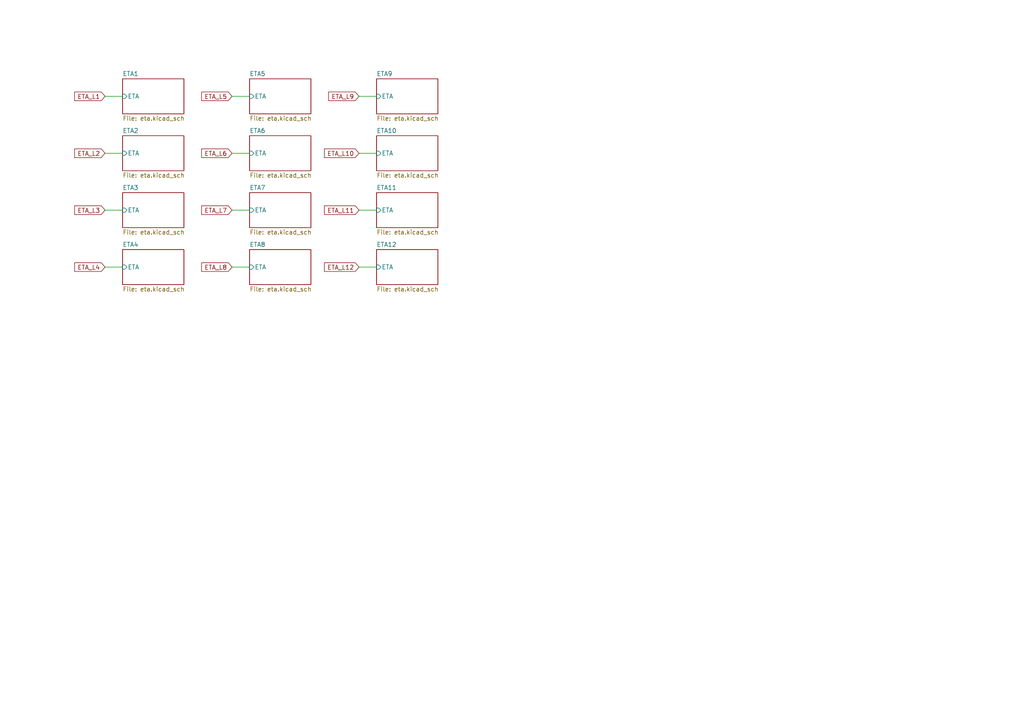
<source format=kicad_sch>
(kicad_sch
	(version 20250114)
	(generator "eeschema")
	(generator_version "9.0")
	(uuid "35c11a3d-6d5d-437b-b27f-0da13ee713b2")
	(paper "A4")
	(lib_symbols)
	(wire
		(pts
			(xy 104.14 60.96) (xy 109.22 60.96)
		)
		(stroke
			(width 0)
			(type default)
		)
		(uuid "13f84611-c992-44f0-aebc-b10440a47f20")
	)
	(wire
		(pts
			(xy 30.48 60.96) (xy 35.56 60.96)
		)
		(stroke
			(width 0)
			(type default)
		)
		(uuid "1df97be9-b42a-4c5f-8d6e-3757a263ac4c")
	)
	(wire
		(pts
			(xy 67.31 60.96) (xy 72.39 60.96)
		)
		(stroke
			(width 0)
			(type default)
		)
		(uuid "3b33427f-c999-4bec-83b0-877d828fa894")
	)
	(wire
		(pts
			(xy 104.14 44.45) (xy 109.22 44.45)
		)
		(stroke
			(width 0)
			(type default)
		)
		(uuid "5afdd066-d350-4230-93da-9e09a0089799")
	)
	(wire
		(pts
			(xy 67.31 44.45) (xy 72.39 44.45)
		)
		(stroke
			(width 0)
			(type default)
		)
		(uuid "606d5cac-bc1c-4429-9890-9b66b46cda5b")
	)
	(wire
		(pts
			(xy 30.48 27.94) (xy 35.56 27.94)
		)
		(stroke
			(width 0)
			(type default)
		)
		(uuid "63c68029-ef48-49b0-9403-2c86cba0713d")
	)
	(wire
		(pts
			(xy 104.14 27.94) (xy 109.22 27.94)
		)
		(stroke
			(width 0)
			(type default)
		)
		(uuid "6f9e2293-c7e7-499a-a985-2c7a57361334")
	)
	(wire
		(pts
			(xy 30.48 44.45) (xy 35.56 44.45)
		)
		(stroke
			(width 0)
			(type default)
		)
		(uuid "9a73aeb7-e783-4d62-91b5-1c1bc94e53cb")
	)
	(wire
		(pts
			(xy 104.14 77.47) (xy 109.22 77.47)
		)
		(stroke
			(width 0)
			(type default)
		)
		(uuid "a37e61b1-3e5c-4e29-85a1-e30af34a559c")
	)
	(wire
		(pts
			(xy 30.48 77.47) (xy 35.56 77.47)
		)
		(stroke
			(width 0)
			(type default)
		)
		(uuid "a7aa3616-d049-4686-9102-bdb49d324f09")
	)
	(wire
		(pts
			(xy 67.31 27.94) (xy 72.39 27.94)
		)
		(stroke
			(width 0)
			(type default)
		)
		(uuid "c84da139-2065-43cd-a9c4-130230e99dd0")
	)
	(wire
		(pts
			(xy 67.31 77.47) (xy 72.39 77.47)
		)
		(stroke
			(width 0)
			(type default)
		)
		(uuid "c961b072-9c8a-4d94-a857-501798c08c97")
	)
	(global_label "ETA_L10"
		(shape input)
		(at 104.14 44.45 180)
		(fields_autoplaced yes)
		(effects
			(font
				(size 1.27 1.27)
			)
			(justify right)
		)
		(uuid "22feaa4b-c516-420f-8ef2-fe8c6acb86dd")
		(property "Intersheetrefs" "${INTERSHEET_REFS}"
			(at 93.5349 44.45 0)
			(effects
				(font
					(size 1.27 1.27)
				)
				(justify right)
				(hide yes)
			)
		)
	)
	(global_label "ETA_L7"
		(shape input)
		(at 67.31 60.96 180)
		(fields_autoplaced yes)
		(effects
			(font
				(size 1.27 1.27)
			)
			(justify right)
		)
		(uuid "3a82b48f-f92c-4b8e-abf1-c3195e908b3e")
		(property "Intersheetrefs" "${INTERSHEET_REFS}"
			(at 57.9144 60.96 0)
			(effects
				(font
					(size 1.27 1.27)
				)
				(justify right)
				(hide yes)
			)
		)
	)
	(global_label "ETA_L5"
		(shape input)
		(at 67.31 27.94 180)
		(fields_autoplaced yes)
		(effects
			(font
				(size 1.27 1.27)
			)
			(justify right)
		)
		(uuid "472b5cde-c60b-40a0-b416-2885c26fa486")
		(property "Intersheetrefs" "${INTERSHEET_REFS}"
			(at 57.9144 27.94 0)
			(effects
				(font
					(size 1.27 1.27)
				)
				(justify right)
				(hide yes)
			)
		)
	)
	(global_label "ETA_L8"
		(shape input)
		(at 67.31 77.47 180)
		(fields_autoplaced yes)
		(effects
			(font
				(size 1.27 1.27)
			)
			(justify right)
		)
		(uuid "4894a671-c4e6-40f6-ba4a-92638d243772")
		(property "Intersheetrefs" "${INTERSHEET_REFS}"
			(at 57.9144 77.47 0)
			(effects
				(font
					(size 1.27 1.27)
				)
				(justify right)
				(hide yes)
			)
		)
	)
	(global_label "ETA_L11"
		(shape input)
		(at 104.14 60.96 180)
		(fields_autoplaced yes)
		(effects
			(font
				(size 1.27 1.27)
			)
			(justify right)
		)
		(uuid "5c988e5c-dcf8-4147-b4fd-da1ed3920525")
		(property "Intersheetrefs" "${INTERSHEET_REFS}"
			(at 93.5349 60.96 0)
			(effects
				(font
					(size 1.27 1.27)
				)
				(justify right)
				(hide yes)
			)
		)
	)
	(global_label "ETA_L2"
		(shape input)
		(at 30.48 44.45 180)
		(fields_autoplaced yes)
		(effects
			(font
				(size 1.27 1.27)
			)
			(justify right)
		)
		(uuid "6fc87b3b-e9eb-4842-bb87-478daba3dbd8")
		(property "Intersheetrefs" "${INTERSHEET_REFS}"
			(at 21.0844 44.45 0)
			(effects
				(font
					(size 1.27 1.27)
				)
				(justify right)
				(hide yes)
			)
		)
	)
	(global_label "ETA_L6"
		(shape input)
		(at 67.31 44.45 180)
		(fields_autoplaced yes)
		(effects
			(font
				(size 1.27 1.27)
			)
			(justify right)
		)
		(uuid "afde3167-1780-4062-a59b-09dcb0a8da03")
		(property "Intersheetrefs" "${INTERSHEET_REFS}"
			(at 57.9144 44.45 0)
			(effects
				(font
					(size 1.27 1.27)
				)
				(justify right)
				(hide yes)
			)
		)
	)
	(global_label "ETA_L3"
		(shape input)
		(at 30.48 60.96 180)
		(fields_autoplaced yes)
		(effects
			(font
				(size 1.27 1.27)
			)
			(justify right)
		)
		(uuid "bf045412-054a-412c-bb16-670fd7a4f3a7")
		(property "Intersheetrefs" "${INTERSHEET_REFS}"
			(at 21.0844 60.96 0)
			(effects
				(font
					(size 1.27 1.27)
				)
				(justify right)
				(hide yes)
			)
		)
	)
	(global_label "ETA_L4"
		(shape input)
		(at 30.48 77.47 180)
		(fields_autoplaced yes)
		(effects
			(font
				(size 1.27 1.27)
			)
			(justify right)
		)
		(uuid "d07865ca-b591-49d4-8172-bd9a26dbdc7c")
		(property "Intersheetrefs" "${INTERSHEET_REFS}"
			(at 21.0844 77.47 0)
			(effects
				(font
					(size 1.27 1.27)
				)
				(justify right)
				(hide yes)
			)
		)
	)
	(global_label "ETA_L9"
		(shape input)
		(at 104.14 27.94 180)
		(fields_autoplaced yes)
		(effects
			(font
				(size 1.27 1.27)
			)
			(justify right)
		)
		(uuid "d2895fa1-f254-4224-98b7-eb9d1409bd8b")
		(property "Intersheetrefs" "${INTERSHEET_REFS}"
			(at 94.7444 27.94 0)
			(effects
				(font
					(size 1.27 1.27)
				)
				(justify right)
				(hide yes)
			)
		)
	)
	(global_label "ETA_L12"
		(shape input)
		(at 104.14 77.47 180)
		(fields_autoplaced yes)
		(effects
			(font
				(size 1.27 1.27)
			)
			(justify right)
		)
		(uuid "de02d1ef-b17e-4ba7-b756-9f2a5c481ca0")
		(property "Intersheetrefs" "${INTERSHEET_REFS}"
			(at 93.5349 77.47 0)
			(effects
				(font
					(size 1.27 1.27)
				)
				(justify right)
				(hide yes)
			)
		)
	)
	(global_label "ETA_L1"
		(shape input)
		(at 30.48 27.94 180)
		(fields_autoplaced yes)
		(effects
			(font
				(size 1.27 1.27)
			)
			(justify right)
		)
		(uuid "ef0827fc-f0f9-4537-9106-ec2672cee6df")
		(property "Intersheetrefs" "${INTERSHEET_REFS}"
			(at 21.0844 27.94 0)
			(effects
				(font
					(size 1.27 1.27)
				)
				(justify right)
				(hide yes)
			)
		)
	)
	(sheet
		(at 72.39 55.88)
		(size 17.78 10.16)
		(exclude_from_sim no)
		(in_bom yes)
		(on_board yes)
		(dnp no)
		(fields_autoplaced yes)
		(stroke
			(width 0.1524)
			(type solid)
		)
		(fill
			(color 0 0 0 0.0000)
		)
		(uuid "01490a5a-e000-42f5-9f08-4333413eb6af")
		(property "Sheetname" "ETA7"
			(at 72.39 55.1684 0)
			(effects
				(font
					(size 1.27 1.27)
				)
				(justify left bottom)
			)
		)
		(property "Sheetfile" "eta.kicad_sch"
			(at 72.39 66.6246 0)
			(effects
				(font
					(size 1.27 1.27)
				)
				(justify left top)
			)
		)
		(pin "ETA" input
			(at 72.39 60.96 180)
			(uuid "92fb3e54-1053-4488-bc05-09514f057be5")
			(effects
				(font
					(size 1.27 1.27)
				)
				(justify left)
			)
		)
		(instances
			(project "UnderfloorHeatingController"
				(path "/7f42c8c9-93b7-46f2-bb55-850effcdf72e/51481f93-bc2d-494f-8142-442b6eb66b55"
					(page "8")
				)
			)
		)
	)
	(sheet
		(at 109.22 22.86)
		(size 17.78 10.16)
		(exclude_from_sim no)
		(in_bom yes)
		(on_board yes)
		(dnp no)
		(fields_autoplaced yes)
		(stroke
			(width 0.1524)
			(type solid)
		)
		(fill
			(color 0 0 0 0.0000)
		)
		(uuid "1a4758fb-5ec1-4744-aac6-7418e0b34e70")
		(property "Sheetname" "ETA9"
			(at 109.22 22.1484 0)
			(effects
				(font
					(size 1.27 1.27)
				)
				(justify left bottom)
			)
		)
		(property "Sheetfile" "eta.kicad_sch"
			(at 109.22 33.6046 0)
			(effects
				(font
					(size 1.27 1.27)
				)
				(justify left top)
			)
		)
		(pin "ETA" input
			(at 109.22 27.94 180)
			(uuid "aff8e566-ad88-4301-b731-0c169cd05007")
			(effects
				(font
					(size 1.27 1.27)
				)
				(justify left)
			)
		)
		(instances
			(project "UnderfloorHeatingController"
				(path "/7f42c8c9-93b7-46f2-bb55-850effcdf72e/51481f93-bc2d-494f-8142-442b6eb66b55"
					(page "11")
				)
			)
		)
	)
	(sheet
		(at 72.39 22.86)
		(size 17.78 10.16)
		(exclude_from_sim no)
		(in_bom yes)
		(on_board yes)
		(dnp no)
		(fields_autoplaced yes)
		(stroke
			(width 0.1524)
			(type solid)
		)
		(fill
			(color 0 0 0 0.0000)
		)
		(uuid "6941f7d2-cc20-4dfc-a9f3-2286c6a5987d")
		(property "Sheetname" "ETA5"
			(at 72.39 22.1484 0)
			(effects
				(font
					(size 1.27 1.27)
				)
				(justify left bottom)
			)
		)
		(property "Sheetfile" "eta.kicad_sch"
			(at 72.39 33.6046 0)
			(effects
				(font
					(size 1.27 1.27)
				)
				(justify left top)
			)
		)
		(pin "ETA" input
			(at 72.39 27.94 180)
			(uuid "6c4d0ead-08be-4df7-9536-b2f1ee47aa53")
			(effects
				(font
					(size 1.27 1.27)
				)
				(justify left)
			)
		)
		(instances
			(project "UnderfloorHeatingController"
				(path "/7f42c8c9-93b7-46f2-bb55-850effcdf72e/51481f93-bc2d-494f-8142-442b6eb66b55"
					(page "6")
				)
			)
		)
	)
	(sheet
		(at 109.22 39.37)
		(size 17.78 10.16)
		(exclude_from_sim no)
		(in_bom yes)
		(on_board yes)
		(dnp no)
		(fields_autoplaced yes)
		(stroke
			(width 0.1524)
			(type solid)
		)
		(fill
			(color 0 0 0 0.0000)
		)
		(uuid "748897e5-ea26-4674-ad5c-64d75ac2eeb3")
		(property "Sheetname" "ETA10"
			(at 109.22 38.6584 0)
			(effects
				(font
					(size 1.27 1.27)
				)
				(justify left bottom)
			)
		)
		(property "Sheetfile" "eta.kicad_sch"
			(at 109.22 50.1146 0)
			(effects
				(font
					(size 1.27 1.27)
				)
				(justify left top)
			)
		)
		(pin "ETA" input
			(at 109.22 44.45 180)
			(uuid "f7ddd42c-4b1c-4f8a-851f-3952fab13557")
			(effects
				(font
					(size 1.27 1.27)
				)
				(justify left)
			)
		)
		(instances
			(project "UnderfloorHeatingController"
				(path "/7f42c8c9-93b7-46f2-bb55-850effcdf72e/51481f93-bc2d-494f-8142-442b6eb66b55"
					(page "12")
				)
			)
		)
	)
	(sheet
		(at 109.22 72.39)
		(size 17.78 10.16)
		(exclude_from_sim no)
		(in_bom yes)
		(on_board yes)
		(dnp no)
		(fields_autoplaced yes)
		(stroke
			(width 0.1524)
			(type solid)
		)
		(fill
			(color 0 0 0 0.0000)
		)
		(uuid "7af898fb-ffbe-43fe-947e-36caba8541b3")
		(property "Sheetname" "ETA12"
			(at 109.22 71.6784 0)
			(effects
				(font
					(size 1.27 1.27)
				)
				(justify left bottom)
			)
		)
		(property "Sheetfile" "eta.kicad_sch"
			(at 109.22 83.1346 0)
			(effects
				(font
					(size 1.27 1.27)
				)
				(justify left top)
			)
		)
		(pin "ETA" input
			(at 109.22 77.47 180)
			(uuid "44cd2ed6-b445-4ede-9073-caf2c8d5c9dc")
			(effects
				(font
					(size 1.27 1.27)
				)
				(justify left)
			)
		)
		(instances
			(project "UnderfloorHeatingController"
				(path "/7f42c8c9-93b7-46f2-bb55-850effcdf72e/51481f93-bc2d-494f-8142-442b6eb66b55"
					(page "14")
				)
			)
		)
	)
	(sheet
		(at 35.56 22.86)
		(size 17.78 10.16)
		(exclude_from_sim no)
		(in_bom yes)
		(on_board yes)
		(dnp no)
		(fields_autoplaced yes)
		(stroke
			(width 0.1524)
			(type solid)
		)
		(fill
			(color 0 0 0 0.0000)
		)
		(uuid "7d8fe4b4-3844-45e3-b522-03eb3428def1")
		(property "Sheetname" "ETA1"
			(at 35.56 22.1484 0)
			(effects
				(font
					(size 1.27 1.27)
				)
				(justify left bottom)
			)
		)
		(property "Sheetfile" "eta.kicad_sch"
			(at 35.56 33.6046 0)
			(effects
				(font
					(size 1.27 1.27)
				)
				(justify left top)
			)
		)
		(pin "ETA" input
			(at 35.56 27.94 180)
			(uuid "676796c9-a86b-4775-9f7d-7cdeac81c59a")
			(effects
				(font
					(size 1.27 1.27)
				)
				(justify left)
			)
		)
		(instances
			(project "UnderfloorHeatingController"
				(path "/7f42c8c9-93b7-46f2-bb55-850effcdf72e/51481f93-bc2d-494f-8142-442b6eb66b55"
					(page "2")
				)
			)
		)
	)
	(sheet
		(at 35.56 72.39)
		(size 17.78 10.16)
		(exclude_from_sim no)
		(in_bom yes)
		(on_board yes)
		(dnp no)
		(fields_autoplaced yes)
		(stroke
			(width 0.1524)
			(type solid)
		)
		(fill
			(color 0 0 0 0.0000)
		)
		(uuid "8e03ecdc-c678-4b96-86db-2de1ad8ca2ee")
		(property "Sheetname" "ETA4"
			(at 35.56 71.6784 0)
			(effects
				(font
					(size 1.27 1.27)
				)
				(justify left bottom)
			)
		)
		(property "Sheetfile" "eta.kicad_sch"
			(at 35.56 83.1346 0)
			(effects
				(font
					(size 1.27 1.27)
				)
				(justify left top)
			)
		)
		(pin "ETA" input
			(at 35.56 77.47 180)
			(uuid "90b440d1-6271-4bd8-8518-f21673971b58")
			(effects
				(font
					(size 1.27 1.27)
				)
				(justify left)
			)
		)
		(instances
			(project "UnderfloorHeatingController"
				(path "/7f42c8c9-93b7-46f2-bb55-850effcdf72e/51481f93-bc2d-494f-8142-442b6eb66b55"
					(page "5")
				)
			)
		)
	)
	(sheet
		(at 72.39 39.37)
		(size 17.78 10.16)
		(exclude_from_sim no)
		(in_bom yes)
		(on_board yes)
		(dnp no)
		(fields_autoplaced yes)
		(stroke
			(width 0.1524)
			(type solid)
		)
		(fill
			(color 0 0 0 0.0000)
		)
		(uuid "a562d290-553b-4e0a-a3d0-a5f7c675049c")
		(property "Sheetname" "ETA6"
			(at 72.39 38.6584 0)
			(effects
				(font
					(size 1.27 1.27)
				)
				(justify left bottom)
			)
		)
		(property "Sheetfile" "eta.kicad_sch"
			(at 72.39 50.1146 0)
			(effects
				(font
					(size 1.27 1.27)
				)
				(justify left top)
			)
		)
		(pin "ETA" input
			(at 72.39 44.45 180)
			(uuid "3fc40c9a-b5d8-49a7-ba66-bd4941b05045")
			(effects
				(font
					(size 1.27 1.27)
				)
				(justify left)
			)
		)
		(instances
			(project "UnderfloorHeatingController"
				(path "/7f42c8c9-93b7-46f2-bb55-850effcdf72e/51481f93-bc2d-494f-8142-442b6eb66b55"
					(page "7")
				)
			)
		)
	)
	(sheet
		(at 72.39 72.39)
		(size 17.78 10.16)
		(exclude_from_sim no)
		(in_bom yes)
		(on_board yes)
		(dnp no)
		(fields_autoplaced yes)
		(stroke
			(width 0.1524)
			(type solid)
		)
		(fill
			(color 0 0 0 0.0000)
		)
		(uuid "c7939916-39e3-4aa7-aedf-3492ad3da96a")
		(property "Sheetname" "ETA8"
			(at 72.39 71.6784 0)
			(effects
				(font
					(size 1.27 1.27)
				)
				(justify left bottom)
			)
		)
		(property "Sheetfile" "eta.kicad_sch"
			(at 72.39 83.1346 0)
			(effects
				(font
					(size 1.27 1.27)
				)
				(justify left top)
			)
		)
		(pin "ETA" input
			(at 72.39 77.47 180)
			(uuid "c6b614a7-b11b-44bc-8bfe-7db98ba93ab4")
			(effects
				(font
					(size 1.27 1.27)
				)
				(justify left)
			)
		)
		(instances
			(project "UnderfloorHeatingController"
				(path "/7f42c8c9-93b7-46f2-bb55-850effcdf72e/51481f93-bc2d-494f-8142-442b6eb66b55"
					(page "9")
				)
			)
		)
	)
	(sheet
		(at 35.56 39.37)
		(size 17.78 10.16)
		(exclude_from_sim no)
		(in_bom yes)
		(on_board yes)
		(dnp no)
		(fields_autoplaced yes)
		(stroke
			(width 0.1524)
			(type solid)
		)
		(fill
			(color 0 0 0 0.0000)
		)
		(uuid "cccb3884-7f35-48e0-87e8-77ded1bd8628")
		(property "Sheetname" "ETA2"
			(at 35.56 38.6584 0)
			(effects
				(font
					(size 1.27 1.27)
				)
				(justify left bottom)
			)
		)
		(property "Sheetfile" "eta.kicad_sch"
			(at 35.56 50.1146 0)
			(effects
				(font
					(size 1.27 1.27)
				)
				(justify left top)
			)
		)
		(pin "ETA" input
			(at 35.56 44.45 180)
			(uuid "7291e407-19c5-4e03-b17e-ee4f812dafb1")
			(effects
				(font
					(size 1.27 1.27)
				)
				(justify left)
			)
		)
		(instances
			(project "UnderfloorHeatingController"
				(path "/7f42c8c9-93b7-46f2-bb55-850effcdf72e/51481f93-bc2d-494f-8142-442b6eb66b55"
					(page "3")
				)
			)
		)
	)
	(sheet
		(at 109.22 55.88)
		(size 17.78 10.16)
		(exclude_from_sim no)
		(in_bom yes)
		(on_board yes)
		(dnp no)
		(fields_autoplaced yes)
		(stroke
			(width 0.1524)
			(type solid)
		)
		(fill
			(color 0 0 0 0.0000)
		)
		(uuid "eba63e91-de4d-43f6-b194-d00e24966a23")
		(property "Sheetname" "ETA11"
			(at 109.22 55.1684 0)
			(effects
				(font
					(size 1.27 1.27)
				)
				(justify left bottom)
			)
		)
		(property "Sheetfile" "eta.kicad_sch"
			(at 109.22 66.6246 0)
			(effects
				(font
					(size 1.27 1.27)
				)
				(justify left top)
			)
		)
		(pin "ETA" input
			(at 109.22 60.96 180)
			(uuid "797b564f-52c4-405b-a448-281992f1dbaf")
			(effects
				(font
					(size 1.27 1.27)
				)
				(justify left)
			)
		)
		(instances
			(project "UnderfloorHeatingController"
				(path "/7f42c8c9-93b7-46f2-bb55-850effcdf72e/51481f93-bc2d-494f-8142-442b6eb66b55"
					(page "13")
				)
			)
		)
	)
	(sheet
		(at 35.56 55.88)
		(size 17.78 10.16)
		(exclude_from_sim no)
		(in_bom yes)
		(on_board yes)
		(dnp no)
		(fields_autoplaced yes)
		(stroke
			(width 0.1524)
			(type solid)
		)
		(fill
			(color 0 0 0 0.0000)
		)
		(uuid "febc02e3-53ac-4cef-b597-2d7f7da8ac30")
		(property "Sheetname" "ETA3"
			(at 35.56 55.1684 0)
			(effects
				(font
					(size 1.27 1.27)
				)
				(justify left bottom)
			)
		)
		(property "Sheetfile" "eta.kicad_sch"
			(at 35.56 66.6246 0)
			(effects
				(font
					(size 1.27 1.27)
				)
				(justify left top)
			)
		)
		(pin "ETA" input
			(at 35.56 60.96 180)
			(uuid "d28b2ab9-85ac-4472-bec7-26fd012f8010")
			(effects
				(font
					(size 1.27 1.27)
				)
				(justify left)
			)
		)
		(instances
			(project "UnderfloorHeatingController"
				(path "/7f42c8c9-93b7-46f2-bb55-850effcdf72e/51481f93-bc2d-494f-8142-442b6eb66b55"
					(page "4")
				)
			)
		)
	)
)

</source>
